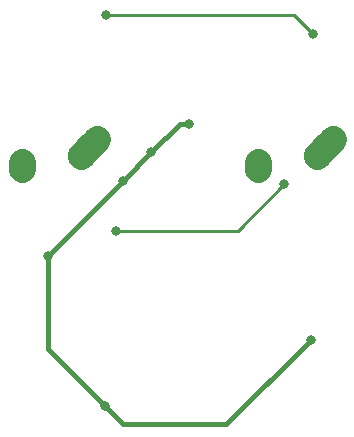
<source format=gtl>
G04 #@! TF.GenerationSoftware,KiCad,Pcbnew,(5.1.4)-1*
G04 #@! TF.CreationDate,2023-02-06T19:17:42+01:00*
G04 #@! TF.ProjectId,Keypad PCB,4b657970-6164-4205-9043-422e6b696361,rev?*
G04 #@! TF.SameCoordinates,Original*
G04 #@! TF.FileFunction,Copper,L1,Top*
G04 #@! TF.FilePolarity,Positive*
%FSLAX46Y46*%
G04 Gerber Fmt 4.6, Leading zero omitted, Abs format (unit mm)*
G04 Created by KiCad (PCBNEW (5.1.4)-1) date 2023-02-06 19:17:42*
%MOMM*%
%LPD*%
G04 APERTURE LIST*
%ADD10C,2.250000*%
%ADD11C,2.250000*%
%ADD12C,0.800000*%
%ADD13C,0.381000*%
%ADD14C,0.250000*%
G04 APERTURE END LIST*
D10*
X192500000Y-54000000D03*
X193154999Y-53270000D03*
D11*
X193810000Y-52540000D02*
X192499998Y-54000000D01*
D10*
X187460000Y-55080000D03*
X187480000Y-54790000D03*
D11*
X187500000Y-54500000D02*
X187460000Y-55080000D01*
D10*
X172500000Y-54000000D03*
X173154999Y-53270000D03*
D11*
X173810000Y-52540000D02*
X172499998Y-54000000D01*
D10*
X167460000Y-55080000D03*
X167480000Y-54790000D03*
D11*
X167500000Y-54500000D02*
X167460000Y-55080000D01*
D12*
X191937500Y-69587500D03*
X176062500Y-56093750D03*
X169712500Y-62443750D03*
X174475000Y-75143750D03*
X181618750Y-51331250D03*
X178443750Y-53712500D03*
X192087500Y-43656250D03*
X174625000Y-42068750D03*
X189706250Y-56356250D03*
X175418750Y-60325000D03*
D13*
X191937500Y-69587500D02*
X184793750Y-76731250D01*
X184793750Y-76731250D02*
X176062500Y-76731250D01*
X169712500Y-70381250D02*
X169712500Y-62443750D01*
X169712500Y-62443750D02*
X176062500Y-56093750D01*
X176062500Y-76731250D02*
X174475000Y-75143750D01*
X174475000Y-75143750D02*
X169712500Y-70381250D01*
X181618750Y-51331250D02*
X180825000Y-51331250D01*
X180825000Y-51331250D02*
X178443750Y-53712500D01*
X178443750Y-53712500D02*
X176062500Y-56093750D01*
D14*
X192087500Y-43656250D02*
X190500000Y-42068750D01*
X190500000Y-42068750D02*
X174625000Y-42068750D01*
X189706250Y-56356250D02*
X185737500Y-60325000D01*
X185737500Y-60325000D02*
X175418750Y-60325000D01*
M02*

</source>
